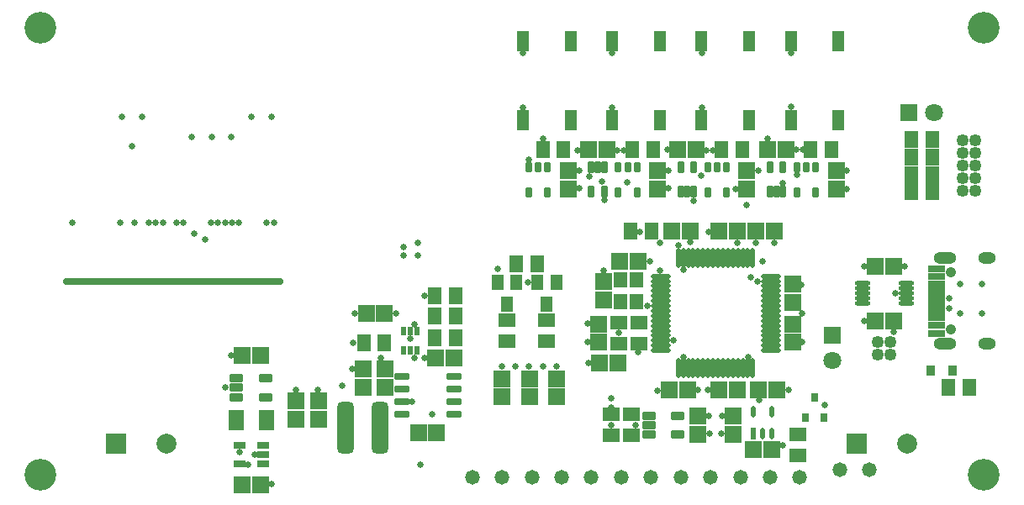
<source format=gbr>
%TF.GenerationSoftware,Altium Limited,Altium Designer,21.0.8 (223)*%
G04 Layer_Color=8388736*
%FSLAX45Y45*%
%MOMM*%
%TF.SameCoordinates,ED3C5559-8931-45A1-834E-F7BCE4D23214*%
%TF.FilePolarity,Negative*%
%TF.FileFunction,Soldermask,Top*%
%TF.Part,Single*%
G01*
G75*
%TA.AperFunction,SMDPad,CuDef*%
%ADD13R,0.80000X0.90000*%
%ADD15R,0.52981X1.15564*%
G04:AMPARAMS|DCode=16|XSize=1.15564mm|YSize=0.52981mm|CornerRadius=0.2649mm|HoleSize=0mm|Usage=FLASHONLY|Rotation=90.000|XOffset=0mm|YOffset=0mm|HoleType=Round|Shape=RoundedRectangle|*
%AMROUNDEDRECTD16*
21,1,1.15564,0.00000,0,0,90.0*
21,1,0.62584,0.52981,0,0,90.0*
1,1,0.52980,0.00000,0.31292*
1,1,0.52980,0.00000,-0.31292*
1,1,0.52980,0.00000,-0.31292*
1,1,0.52980,0.00000,0.31292*
%
%ADD16ROUNDEDRECTD16*%
%ADD76R,1.40320X1.70320*%
%ADD77R,1.70320X1.40320*%
%ADD78R,1.70320X1.65320*%
%TA.AperFunction,ViaPad*%
%ADD79C,3.20320*%
%TA.AperFunction,ComponentPad*%
%ADD80C,1.25320*%
%ADD81C,1.80320*%
%ADD82R,1.80320X1.80320*%
%ADD83O,1.80320X1.20320*%
%ADD84O,2.30320X1.20320*%
%ADD85C,1.05320*%
%ADD86R,2.00320X2.00320*%
%ADD87C,2.00320*%
%ADD88R,1.80320X1.80320*%
%ADD89O,22.20320X0.70320*%
%TA.AperFunction,ViaPad*%
%ADD90C,1.47320*%
%ADD91C,0.65320*%
%TA.AperFunction,SMDPad,CuDef*%
%ADD96R,0.83320X1.03320*%
%ADD97R,1.65320X1.70320*%
G04:AMPARAMS|DCode=98|XSize=0.8532mm|YSize=1.4032mm|CornerRadius=0.15035mm|HoleSize=0mm|Usage=FLASHONLY|Rotation=90.000|XOffset=0mm|YOffset=0mm|HoleType=Round|Shape=RoundedRectangle|*
%AMROUNDEDRECTD98*
21,1,0.85320,1.10250,0,0,90.0*
21,1,0.55250,1.40320,0,0,90.0*
1,1,0.30070,0.55125,0.27625*
1,1,0.30070,0.55125,-0.27625*
1,1,0.30070,-0.55125,-0.27625*
1,1,0.30070,-0.55125,0.27625*
%
%ADD98ROUNDEDRECTD98*%
%ADD99R,1.30320X2.00320*%
%ADD100R,1.65320X0.80320*%
%ADD101R,1.65320X0.50320*%
G04:AMPARAMS|DCode=102|XSize=1.7032mm|YSize=5.2032mm|CornerRadius=0.4766mm|HoleSize=0mm|Usage=FLASHONLY|Rotation=180.000|XOffset=0mm|YOffset=0mm|HoleType=Round|Shape=RoundedRectangle|*
%AMROUNDEDRECTD102*
21,1,1.70320,4.25000,0,0,180.0*
21,1,0.75000,5.20320,0,0,180.0*
1,1,0.95320,-0.37500,2.12500*
1,1,0.95320,0.37500,2.12500*
1,1,0.95320,0.37500,-2.12500*
1,1,0.95320,-0.37500,-2.12500*
%
%ADD102ROUNDEDRECTD102*%
%ADD103R,1.40320X1.60320*%
%ADD104R,1.20320X0.80320*%
%ADD105O,1.60320X0.45320*%
%ADD106R,0.60320X0.85320*%
G04:AMPARAMS|DCode=107|XSize=0.7532mm|YSize=1.4532mm|CornerRadius=0.1511mm|HoleSize=0mm|Usage=FLASHONLY|Rotation=270.000|XOffset=0mm|YOffset=0mm|HoleType=Round|Shape=RoundedRectangle|*
%AMROUNDEDRECTD107*
21,1,0.75320,1.15100,0,0,270.0*
21,1,0.45100,1.45320,0,0,270.0*
1,1,0.30220,-0.57550,-0.22550*
1,1,0.30220,-0.57550,0.22550*
1,1,0.30220,0.57550,0.22550*
1,1,0.30220,0.57550,-0.22550*
%
%ADD107ROUNDEDRECTD107*%
G04:AMPARAMS|DCode=108|XSize=0.7532mm|YSize=1.0032mm|CornerRadius=0.1511mm|HoleSize=0mm|Usage=FLASHONLY|Rotation=0.000|XOffset=0mm|YOffset=0mm|HoleType=Round|Shape=RoundedRectangle|*
%AMROUNDEDRECTD108*
21,1,0.75320,0.70100,0,0,0.0*
21,1,0.45100,1.00320,0,0,0.0*
1,1,0.30220,0.22550,-0.35050*
1,1,0.30220,-0.22550,-0.35050*
1,1,0.30220,-0.22550,0.35050*
1,1,0.30220,0.22550,0.35050*
%
%ADD108ROUNDEDRECTD108*%
G04:AMPARAMS|DCode=109|XSize=0.6532mm|YSize=1.2532mm|CornerRadius=0.1511mm|HoleSize=0mm|Usage=FLASHONLY|Rotation=0.000|XOffset=0mm|YOffset=0mm|HoleType=Round|Shape=RoundedRectangle|*
%AMROUNDEDRECTD109*
21,1,0.65320,0.95100,0,0,0.0*
21,1,0.35100,1.25320,0,0,0.0*
1,1,0.30220,0.17550,-0.47550*
1,1,0.30220,-0.17550,-0.47550*
1,1,0.30220,-0.17550,0.47550*
1,1,0.30220,0.17550,0.47550*
%
%ADD109ROUNDEDRECTD109*%
%ADD110O,2.00320X0.50320*%
%ADD111O,0.50320X2.00320*%
%ADD112R,1.55320X2.05320*%
%ADD113R,1.20320X1.60320*%
D13*
X8050000Y1025000D02*
D03*
X8145000Y825000D02*
D03*
X7955000D02*
D03*
D15*
X7430000Y667472D02*
D03*
D16*
X7525000D02*
D03*
X7620000D02*
D03*
Y882528D02*
D03*
X7430000D02*
D03*
D76*
X9605000Y1125000D02*
D03*
X9395000D02*
D03*
X5310000Y3522500D02*
D03*
X5520000D02*
D03*
X6210001D02*
D03*
X6420001D02*
D03*
X7110001D02*
D03*
X7320001D02*
D03*
X8010000D02*
D03*
X8220001D02*
D03*
X6405000Y2700000D02*
D03*
X6195000D02*
D03*
X5255000Y2375000D02*
D03*
X5045000D02*
D03*
X4220000Y2050000D02*
D03*
X4430000D02*
D03*
X4220000Y1850000D02*
D03*
X4430000D02*
D03*
X4430000Y1625000D02*
D03*
X4220000D02*
D03*
X3717500Y1580000D02*
D03*
X3507500D02*
D03*
X9230000Y3100000D02*
D03*
X9020000D02*
D03*
X9230000Y3275000D02*
D03*
X9020000D02*
D03*
X9230000Y3450000D02*
D03*
X9020000D02*
D03*
X9230000Y3625000D02*
D03*
X9020000D02*
D03*
D77*
X7875000Y655000D02*
D03*
Y445000D02*
D03*
X6000000Y855000D02*
D03*
Y645000D02*
D03*
X6200000D02*
D03*
Y855000D02*
D03*
X5350000Y1595000D02*
D03*
Y1805000D02*
D03*
X4950000Y1595000D02*
D03*
Y1805000D02*
D03*
X6275000Y1780000D02*
D03*
Y1570000D02*
D03*
X6075000Y1780000D02*
D03*
Y1570000D02*
D03*
D78*
X7225000Y842500D02*
D03*
Y657500D02*
D03*
X6875000D02*
D03*
Y842500D02*
D03*
X7825000Y1582500D02*
D03*
Y1767500D02*
D03*
Y2167500D02*
D03*
Y1982500D02*
D03*
X5925000Y2007500D02*
D03*
Y2192500D02*
D03*
X5875000Y1582500D02*
D03*
Y1767500D02*
D03*
X3050000Y807500D02*
D03*
Y992500D02*
D03*
X2825000Y807500D02*
D03*
Y992500D02*
D03*
X3500000Y1132500D02*
D03*
Y1317500D02*
D03*
X3725000Y1132500D02*
D03*
Y1317500D02*
D03*
X5450000Y1032500D02*
D03*
Y1217500D02*
D03*
X5175000Y1032500D02*
D03*
Y1217500D02*
D03*
X4900000Y1032500D02*
D03*
Y1217500D02*
D03*
X8265000Y3315000D02*
D03*
Y3130000D02*
D03*
X7365000Y3315000D02*
D03*
Y3130000D02*
D03*
X6465000Y3315000D02*
D03*
Y3130000D02*
D03*
X5565000Y3315000D02*
D03*
Y3130000D02*
D03*
D79*
X250000Y250000D02*
D03*
X9750000D02*
D03*
Y4750000D02*
D03*
X250000D02*
D03*
D80*
X9663500Y3109091D02*
D03*
Y3236091D02*
D03*
X9536500Y3109091D02*
D03*
Y3236091D02*
D03*
X9663500Y3363091D02*
D03*
Y3490091D02*
D03*
X9536500Y3363091D02*
D03*
Y3490091D02*
D03*
X9663500Y3617091D02*
D03*
X9536500D02*
D03*
X8684260Y1590040D02*
D03*
X8811260D02*
D03*
X8684260Y1463040D02*
D03*
X8811260D02*
D03*
D81*
X9252000Y3900000D02*
D03*
X8225000Y1398000D02*
D03*
D82*
X8998000Y3900000D02*
D03*
D83*
X9782000Y1568000D02*
D03*
Y2432000D02*
D03*
D84*
X9364000D02*
D03*
Y1568000D02*
D03*
D85*
X9417000Y2289000D02*
D03*
Y1711000D02*
D03*
D86*
X8476000Y558800D02*
D03*
X1016000D02*
D03*
D87*
X8984000D02*
D03*
X1524000D02*
D03*
D88*
X8225000Y1652000D02*
D03*
D89*
X1584500Y2197600D02*
D03*
D90*
X4600000Y225000D02*
D03*
X4900000D02*
D03*
X5200000D02*
D03*
X5500000D02*
D03*
X5800000D02*
D03*
X6100000D02*
D03*
X6400000D02*
D03*
X6700000D02*
D03*
X7000000D02*
D03*
X7300000D02*
D03*
X7600000D02*
D03*
X7900000D02*
D03*
X8300000Y300000D02*
D03*
X8600000D02*
D03*
D91*
X8150000Y950000D02*
D03*
X6068060Y2001520D02*
D03*
X2341880Y353060D02*
D03*
X2410460Y449580D02*
D03*
X2255000Y472960D02*
D03*
X4018280Y1427480D02*
D03*
X3683450Y1425200D02*
D03*
X7251700Y3129280D02*
D03*
X7868920Y3268980D02*
D03*
X7729220Y3182620D02*
D03*
X8371840Y3129280D02*
D03*
Y3314700D02*
D03*
X7929880Y3522980D02*
D03*
X7866380D02*
D03*
X5173980Y1338580D02*
D03*
X5311140D02*
D03*
X5036820D02*
D03*
X5448300D02*
D03*
X4899660D02*
D03*
X9730740Y2174240D02*
D03*
Y1871980D02*
D03*
X8862060Y2075180D02*
D03*
X8846820Y1684020D02*
D03*
X8547100Y1798320D02*
D03*
Y2352040D02*
D03*
X7266940Y2588260D02*
D03*
X7645400Y2585720D02*
D03*
X7454900D02*
D03*
X6791960Y2590800D02*
D03*
X6830060Y3012440D02*
D03*
X6578600Y3134360D02*
D03*
Y3317240D02*
D03*
X6126480Y3520440D02*
D03*
X6563360Y3522980D02*
D03*
X7025640Y3520440D02*
D03*
X6959600D02*
D03*
X7574280Y3632200D02*
D03*
X7477760Y3317240D02*
D03*
X7807960Y3954780D02*
D03*
Y4500880D02*
D03*
X6911340Y3952240D02*
D03*
Y4498340D02*
D03*
X6009640Y3952240D02*
D03*
Y4498340D02*
D03*
X1176250Y3557500D02*
D03*
X568960Y2786380D02*
D03*
X1059180D02*
D03*
X1201420D02*
D03*
X1343660D02*
D03*
X1409700D02*
D03*
X1620520D02*
D03*
X1689100D02*
D03*
X1968500D02*
D03*
X2039620D02*
D03*
X2110740D02*
D03*
X2600960D02*
D03*
X2529840D02*
D03*
X2250440D02*
D03*
X2179320D02*
D03*
X1074420Y3855720D02*
D03*
X1275080D02*
D03*
X2372360D02*
D03*
X2575560D02*
D03*
X2174240Y3652520D02*
D03*
X7917180Y2164080D02*
D03*
X7919720Y1582420D02*
D03*
Y1874520D02*
D03*
X7487920Y998220D02*
D03*
X7117080Y840740D02*
D03*
X6982460Y843280D02*
D03*
X6870700Y1099820D02*
D03*
X6283960Y2697480D02*
D03*
X5930900Y3014980D02*
D03*
X5679440Y3136900D02*
D03*
X5778500Y3251200D02*
D03*
X6062980Y3520440D02*
D03*
X5661660Y3515360D02*
D03*
X5679440Y3314700D02*
D03*
X5311140Y3632200D02*
D03*
X5171440Y3426460D02*
D03*
X5110480Y4498340D02*
D03*
Y3952240D02*
D03*
X2176780Y1450340D02*
D03*
X4018280Y1767840D02*
D03*
X3830320Y1877060D02*
D03*
X5161280Y2184400D02*
D03*
X6075680Y1676400D02*
D03*
X4853940Y2326640D02*
D03*
X8956040Y2352040D02*
D03*
X9514840Y2174240D02*
D03*
Y1871980D02*
D03*
X2583180Y152400D02*
D03*
X4196080Y858520D02*
D03*
X3289300Y1145540D02*
D03*
X6469380Y1097280D02*
D03*
X6969760Y1099820D02*
D03*
X7782560D02*
D03*
X7729220Y548640D02*
D03*
X7106920Y660400D02*
D03*
X6990080D02*
D03*
X6248400Y751840D02*
D03*
X6002020Y749300D02*
D03*
X7475220Y2199640D02*
D03*
X7376160Y1430020D02*
D03*
X6725920D02*
D03*
X4076700Y350520D02*
D03*
X6623050Y1600200D02*
D03*
X5996940Y929640D02*
D03*
X5999480Y1016000D02*
D03*
X6273800Y1480820D02*
D03*
X6724650Y2313940D02*
D03*
X4050030Y2459990D02*
D03*
X4052570Y2586990D02*
D03*
X6494780Y2585720D02*
D03*
X3910330Y2458720D02*
D03*
X3909060Y2545080D02*
D03*
X1483360Y2790190D02*
D03*
X1798320Y2677160D02*
D03*
X1913890Y2622867D02*
D03*
X6676390Y2559050D02*
D03*
X6494780Y2308860D02*
D03*
X6362700Y1948180D02*
D03*
X5760720Y1770380D02*
D03*
X6982460Y2692400D02*
D03*
X1976120Y3652520D02*
D03*
X1775460D02*
D03*
X5768340Y1372540D02*
D03*
X5925820Y2308860D02*
D03*
X5763260Y1582420D02*
D03*
X6385560Y2400300D02*
D03*
X4117340Y2049780D02*
D03*
X4119880Y1424940D02*
D03*
X3992880Y988060D02*
D03*
X3975100Y1620520D02*
D03*
X3416300Y1874520D02*
D03*
X3403600Y1577340D02*
D03*
X3388360Y1315720D02*
D03*
X3048000Y1107440D02*
D03*
X2821940D02*
D03*
X2115820Y1125220D02*
D03*
X7362500Y2963750D02*
D03*
X6903720Y3266440D02*
D03*
X6159500Y3197860D02*
D03*
X7404100Y2235200D02*
D03*
X7523480Y2402840D02*
D03*
X5905500Y3200400D02*
D03*
X9403440Y2024380D02*
D03*
X9405620Y1925320D02*
D03*
D96*
X9436500Y1300000D02*
D03*
X9213500D02*
D03*
D97*
X7482500Y1100000D02*
D03*
X7667500D02*
D03*
X7082500D02*
D03*
X7267500D02*
D03*
X6767500D02*
D03*
X6582500D02*
D03*
X7432500Y500000D02*
D03*
X7617500D02*
D03*
X5957500Y3522500D02*
D03*
X5772501D02*
D03*
X6857500D02*
D03*
X6672500D02*
D03*
X7757500D02*
D03*
X7572500D02*
D03*
X8842500Y2350000D02*
D03*
X8657500D02*
D03*
X7642500Y2700000D02*
D03*
X7457500D02*
D03*
X7082500D02*
D03*
X7267500D02*
D03*
X6607500D02*
D03*
X6792500D02*
D03*
X6082500Y2400000D02*
D03*
X6267500D02*
D03*
X6067500Y1375000D02*
D03*
X5882500D02*
D03*
X4057500Y675000D02*
D03*
X4242500D02*
D03*
X2467500Y1450000D02*
D03*
X2282500D02*
D03*
X3717500Y1875000D02*
D03*
X3532500D02*
D03*
X4417500Y1425000D02*
D03*
X4232500D02*
D03*
X2282500Y150000D02*
D03*
X2467500D02*
D03*
X8657500Y1800000D02*
D03*
X8842500D02*
D03*
D98*
X6377500Y845000D02*
D03*
Y750000D02*
D03*
Y655000D02*
D03*
X6672500D02*
D03*
Y845000D02*
D03*
X2522500Y1220000D02*
D03*
Y1030000D02*
D03*
X2227500D02*
D03*
Y1125000D02*
D03*
Y1220000D02*
D03*
D99*
X6909501Y4620099D02*
D03*
X7389500D02*
D03*
X6909500Y3820100D02*
D03*
X7389500Y3820101D02*
D03*
X7809501Y4620099D02*
D03*
X8289500D02*
D03*
X7809500Y3820100D02*
D03*
X8289500Y3820101D02*
D03*
X6009501Y4620099D02*
D03*
X6489500D02*
D03*
X6009500Y3820100D02*
D03*
X6489500Y3820101D02*
D03*
X5109501Y4620099D02*
D03*
X5589500D02*
D03*
X5109500Y3820100D02*
D03*
X5589500Y3820101D02*
D03*
D100*
X9272500Y1755000D02*
D03*
Y1675000D02*
D03*
Y2245000D02*
D03*
Y2325000D02*
D03*
D101*
Y1925000D02*
D03*
Y1875000D02*
D03*
Y1825000D02*
D03*
Y2075000D02*
D03*
Y2125000D02*
D03*
Y2175000D02*
D03*
Y2025000D02*
D03*
Y1975000D02*
D03*
D102*
X3675001Y725000D02*
D03*
X3325000D02*
D03*
D103*
X6255000Y1990000D02*
D03*
Y2210000D02*
D03*
X6095000Y1990000D02*
D03*
Y2210000D02*
D03*
D104*
X2255000Y355000D02*
D03*
Y545000D02*
D03*
X2495000D02*
D03*
Y450000D02*
D03*
Y355000D02*
D03*
D105*
X8970000Y1975000D02*
D03*
Y2025000D02*
D03*
Y2075000D02*
D03*
Y2125000D02*
D03*
Y2175000D02*
D03*
X8530000Y1975000D02*
D03*
Y2025000D02*
D03*
Y2075000D02*
D03*
Y2125000D02*
D03*
Y2175000D02*
D03*
D106*
X4040000Y1695000D02*
D03*
X3975000D02*
D03*
X3910000D02*
D03*
Y1505000D02*
D03*
X3975000D02*
D03*
X4040000D02*
D03*
D107*
X3887500Y1240500D02*
D03*
Y1113500D02*
D03*
Y986500D02*
D03*
Y859500D02*
D03*
X4412500Y1240500D02*
D03*
Y1113500D02*
D03*
Y986500D02*
D03*
Y859500D02*
D03*
D108*
X5360000Y3350000D02*
D03*
X5265000D02*
D03*
X5170001D02*
D03*
Y3095000D02*
D03*
X5360000D02*
D03*
X6260000Y3350000D02*
D03*
X6165000D02*
D03*
X6070001D02*
D03*
Y3095000D02*
D03*
X6260000D02*
D03*
X7160000Y3350000D02*
D03*
X7065000D02*
D03*
X6970001D02*
D03*
Y3095000D02*
D03*
X7160000D02*
D03*
X8060000Y3350000D02*
D03*
X7965000D02*
D03*
X7870001D02*
D03*
Y3095000D02*
D03*
X8060000D02*
D03*
D109*
X5930000Y3345000D02*
D03*
X5865000D02*
D03*
X5800000D02*
D03*
Y3100000D02*
D03*
X5930000D02*
D03*
X6700000Y3100000D02*
D03*
X6765000D02*
D03*
X6830000D02*
D03*
Y3345000D02*
D03*
X6700000D02*
D03*
X7600000Y3100000D02*
D03*
X7665000D02*
D03*
X7730000D02*
D03*
Y3345000D02*
D03*
X7600000D02*
D03*
D110*
X6495000Y2250000D02*
D03*
Y2200000D02*
D03*
Y2150000D02*
D03*
Y2100000D02*
D03*
Y2050000D02*
D03*
Y2000000D02*
D03*
Y1950000D02*
D03*
Y1900000D02*
D03*
Y1850000D02*
D03*
Y1800000D02*
D03*
Y1750000D02*
D03*
Y1700000D02*
D03*
Y1650000D02*
D03*
Y1600000D02*
D03*
Y1550000D02*
D03*
Y1500000D02*
D03*
X7605000D02*
D03*
Y1550000D02*
D03*
Y1600000D02*
D03*
Y1650000D02*
D03*
Y1700000D02*
D03*
Y1750000D02*
D03*
Y1800000D02*
D03*
Y1850000D02*
D03*
Y1900000D02*
D03*
Y1950000D02*
D03*
Y2000000D02*
D03*
Y2050000D02*
D03*
Y2100000D02*
D03*
Y2150000D02*
D03*
Y2200000D02*
D03*
Y2250000D02*
D03*
D111*
X6675000Y1320000D02*
D03*
X6725000D02*
D03*
X6775000D02*
D03*
X6825000D02*
D03*
X6875000D02*
D03*
X6925000D02*
D03*
X6975000D02*
D03*
X7025000D02*
D03*
X7075000D02*
D03*
X7125000D02*
D03*
X7175000D02*
D03*
X7225000D02*
D03*
X7275000D02*
D03*
X7325000D02*
D03*
X7375000D02*
D03*
X7425000D02*
D03*
Y2430000D02*
D03*
X7375000D02*
D03*
X7325000D02*
D03*
X7275000D02*
D03*
X7225000D02*
D03*
X7175000D02*
D03*
X7125000D02*
D03*
X7075000D02*
D03*
X7025000D02*
D03*
X6975000D02*
D03*
X6925000D02*
D03*
X6875000D02*
D03*
X6825000D02*
D03*
X6775000D02*
D03*
X6725000D02*
D03*
X6675000D02*
D03*
D112*
X2222500Y800000D02*
D03*
X2527500D02*
D03*
D113*
X5445000Y2185000D02*
D03*
X5350000Y1965000D02*
D03*
X5255000Y2185000D02*
D03*
X5045000D02*
D03*
X4950000Y1965000D02*
D03*
X4855000Y2185000D02*
D03*
%TF.MD5,5b2ba3ff5af31c830eac748a475ec99d*%
M02*

</source>
